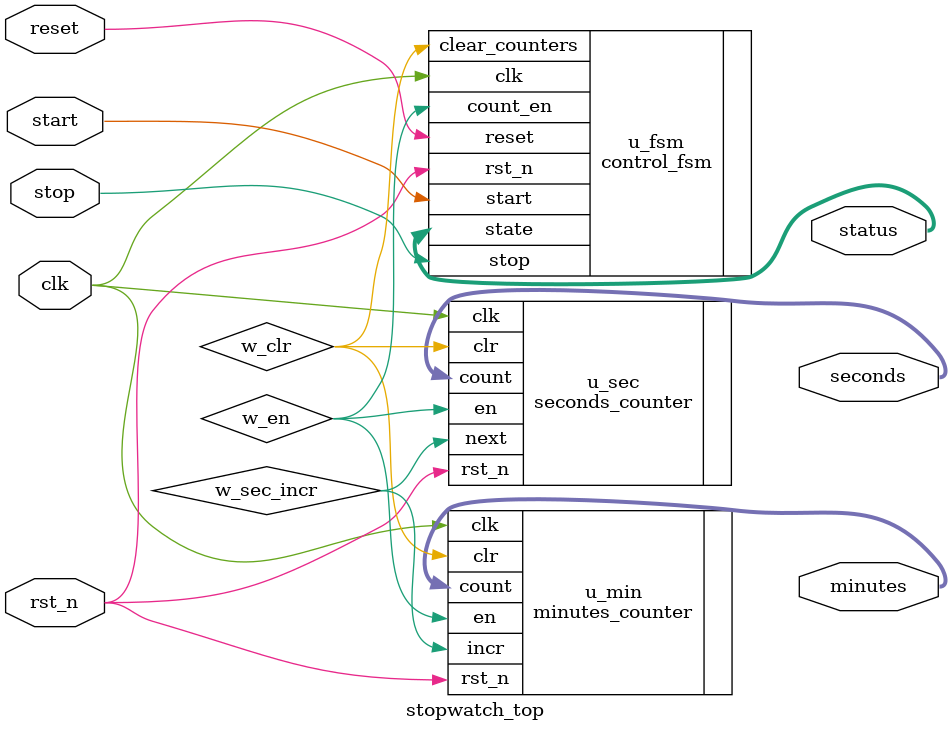
<source format=v>
module stopwatch_top (
    input wire clk,
    input wire rst_n,    
    input wire start,
    input wire stop,
    input wire reset,
    output wire [7:0] minutes,
    output wire [5:0] seconds,
    output wire [1:0] status
);

    wire w_en;
    wire w_clr;
    wire w_sec_incr;

    
    control_fsm u_fsm (
        .clk(clk),
        .rst_n(rst_n),
        .start(start),
        .stop(stop),
        .reset(reset),
        .state(status),
        .count_en(w_en),
        .clear_counters(w_clr)
    );

    
    seconds_counter u_sec (
        .clk(clk),
        .rst_n(rst_n),
        .en(w_en),
        .clr(w_clr),
        .count(seconds),
        .next(w_sec_incr)
    );

    
    minutes_counter u_min (
        .clk(clk),
        .rst_n(rst_n),
        .en(w_en),
        .clr(w_clr),
        .incr(w_sec_incr),
        .count(minutes)
    );

endmodule

</source>
